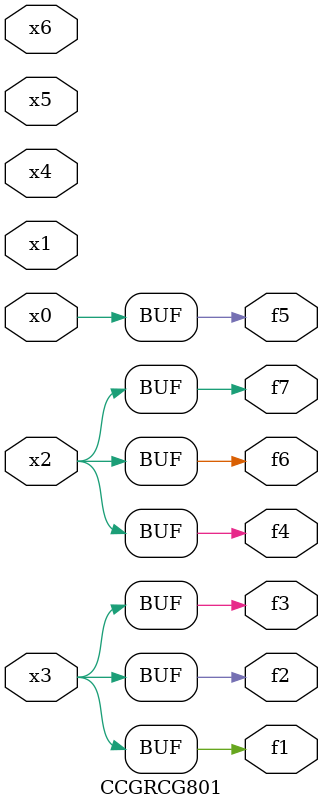
<source format=v>
module CCGRCG801(
	input x0, x1, x2, x3, x4, x5, x6,
	output f1, f2, f3, f4, f5, f6, f7
);
	assign f1 = x3;
	assign f2 = x3;
	assign f3 = x3;
	assign f4 = x2;
	assign f5 = x0;
	assign f6 = x2;
	assign f7 = x2;
endmodule

</source>
